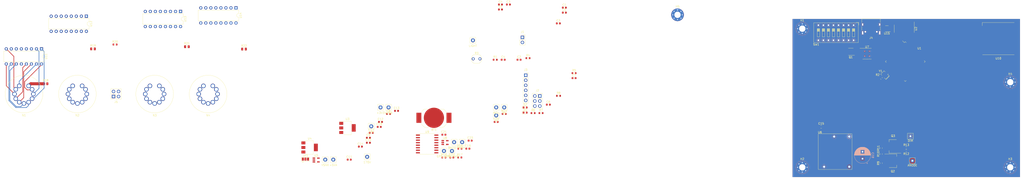
<source format=kicad_pcb>
(kicad_pcb (version 20210424) (generator pcbnew)
  (title_block (title "Nixie Clock") (rev "1.1") (company "Nicholas Lekas"))
  (layers (0 "F.Cu" signal "Front") (31 "B.Cu" jumper "Back") (34 "B.Paste" user) (35 "F.Paste" user) (36 "B.SilkS" user "B.Silkscreen") (37 "F.SilkS" user "F.Silkscreen") (38 "B.Mask" user) (39 "F.Mask" user) (44 "Edge.Cuts" user))
  (net 0 "")
  (net 1 "Net-(BT1-Pad1)")
  (net 2 "GND")
  (net 3 "DTR")
  (net 4 "RST")
  (net 5 "/LIGHT")
  (net 6 "Net-(C3-Pad1)")
  (net 7 "Net-(C6-Pad1)")
  (net 8 "Net-(C7-Pad1)")
  (net 9 "VSNK")
  (net 10 "+5V")
  (net 11 "+5VA")
  (net 12 "Net-(C13-Pad1)")
  (net 13 "+3V3")
  (net 14 "Net-(C16-Pad1)")
  (net 15 "VUSB")
  (net 16 "Net-(C20-Pad1)")
  (net 17 "Net-(C21-Pad1)")
  (net 18 "RXI")
  (net 19 "Net-(D1-Pad2)")
  (net 20 "TXO")
  (net 21 "Net-(D2-Pad2)")
  (net 22 "MISO")
  (net 23 "SCK")
  (net 24 "MOSI")
  (net 25 "/Communication/USB_IN_D+")
  (net 26 "CC2")
  (net 28 "/Communication/USB_IN_D-")
  (net 29 "CC1")
  (net 31 "Net-(J5-Pad1)")
  (net 32 "Net-(J5-Pad2)")
  (net 33 "Net-(JP1-Pad2)")
  (net 34 "Net-(N1-Pad1)")
  (net 35 "Net-(N1-Pad2)")
  (net 36 "Net-(N1-Pad3)")
  (net 37 "Net-(N1-Pad4)")
  (net 38 "Net-(N1-Pad5)")
  (net 39 "Net-(N1-Pad6)")
  (net 40 "Net-(N1-Pad7)")
  (net 41 "Net-(N1-Pad8)")
  (net 42 "Net-(N1-Pad9)")
  (net 43 "Net-(N1-Pad10)")
  (net 44 "Net-(N1-Pad11)")
  (net 45 "Net-(N2-Pad1)")
  (net 46 "Net-(N2-Pad2)")
  (net 47 "Net-(N2-Pad3)")
  (net 48 "Net-(N2-Pad4)")
  (net 49 "Net-(N2-Pad5)")
  (net 50 "Net-(N2-Pad6)")
  (net 51 "Net-(N2-Pad7)")
  (net 52 "Net-(N2-Pad8)")
  (net 53 "Net-(N2-Pad9)")
  (net 54 "Net-(N2-Pad10)")
  (net 55 "Net-(N2-Pad11)")
  (net 56 "Net-(N3-Pad1)")
  (net 57 "Net-(N3-Pad2)")
  (net 58 "Net-(N3-Pad3)")
  (net 59 "Net-(N3-Pad4)")
  (net 60 "Net-(N3-Pad5)")
  (net 61 "Net-(N3-Pad6)")
  (net 62 "Net-(N3-Pad7)")
  (net 63 "Net-(N3-Pad8)")
  (net 64 "Net-(N3-Pad9)")
  (net 65 "Net-(N3-Pad10)")
  (net 66 "Net-(N3-Pad11)")
  (net 67 "Net-(N4-Pad1)")
  (net 68 "Net-(N4-Pad2)")
  (net 69 "Net-(N4-Pad3)")
  (net 70 "Net-(N4-Pad4)")
  (net 71 "Net-(N4-Pad5)")
  (net 72 "Net-(N4-Pad6)")
  (net 73 "Net-(N4-Pad7)")
  (net 74 "Net-(N4-Pad8)")
  (net 75 "Net-(N4-Pad9)")
  (net 76 "Net-(N4-Pad10)")
  (net 77 "Net-(N4-Pad11)")
  (net 78 "ANODE")
  (net 79 "Net-(Q1-Pad4)")
  (net 80 "Net-(Q2-Pad1)")
  (net 81 "Net-(Q3-Pad2)")
  (net 82 "Net-(Q3-Pad1)")
  (net 83 "Net-(R2-Pad1)")
  (net 84 "Net-(R2-Pad2)")
  (net 85 "Net-(R10-Pad2)")
  (net 86 "DIM")
  (net 87 "SDA")
  (net 88 "SCL")
  (net 89 "Net-(R16-Pad1)")
  (net 90 "GPS_RX")
  (net 91 "/EXTRA1")
  (net 92 "/ONE")
  (net 93 "/TWO")
  (net 94 "/FOUR")
  (net 95 "/EIGHT")
  (net 96 "/PLUS_MINUS")
  (net 97 "/TIME_MODE")
  (net 98 "/DST")
  (net 99 "GPS_CTRL")
  (net 100 "GPS_TX")
  (net 103 "RTC_INT")
  (net 122 "HTC")
  (net 123 "HTB")
  (net 124 "HTD")
  (net 125 "HTA")
  (net 126 "HOC")
  (net 127 "HOB")
  (net 128 "HOD")
  (net 129 "HOA")
  (net 140 "MTC")
  (net 141 "MTB")
  (net 142 "MTD")
  (net 143 "MTA")
  (net 144 "MOC")
  (net 145 "MOB")
  (net 146 "MOD")
  (net 147 "MOA")
  (net 169 "USB_D+")
  (net 170 "USB_D-")
  (footprint "Capacitor_SMD:C_0603_1608Metric" (layer "F.Cu") (at -108.61 106.59)
    (fp_text reference "C18")
    (fp_text value "10u")
  )
  (footprint "Capacitor_SMD:C_0603_1608Metric" (layer "F.Cu") (at -123.77 123.12)
    (fp_text reference "C11")
    (fp_text value "0u1")
  )
  (footprint "Resistor_SMD:R_0603_1608Metric" (layer "F.Cu") (at -242 65)
    (fp_text reference "R20")
    (fp_text value "100K")
  )
  (footprint "Connector_PinSocket_2.54mm:PinSocket_2x02_P2.54mm_Vertical" (layer "F.Cu") (at -242.77 91.25 180)
    (fp_text reference "J5")
    (fp_text value "Colon")
  )
  (footprint "Resistor_SMD:R_0603_1608Metric" (layer "F.Cu") (at -50.05 72.68)
    (fp_text reference "R1")
    (fp_text value "10K")
  )
  (footprint "Capacitor_SMD:C_0603_1608Metric" (layer "F.Cu") (at -47.41 47.31)
    (fp_text reference "C5")
    (fp_text value "0u1")
  )
  (footprint "Package_DIP:DIP-16_W7.62mm" (layer "F.Cu") (at -180.925 46.5 -90)
    (fp_text reference "U14")
    (fp_text value "К155ИД1")
  )
  (footprint "LED_SMD:LED_0603_1608Metric" (layer "F.Cu") (at -34.94 99.38)
    (fp_text reference "D1")
    (fp_text value "Green")
  )
  (footprint "Resistor_SMD:R_0603_1608Metric" (layer "F.Cu") (at -30.93 99.62)
    (fp_text reference "R6")
    (fp_text value "5K1")
  )
  (footprint "TestPoint:TestPoint_THTPad_D2.0mm_Drill0.9mm" (layer "F.Cu") (at -71.89 118.75)
    (fp_text reference "TP10" hide)
    (fp_text value "GPS_PWR")
  )
  (footprint "Jumper:SolderJumper-3_P1.3mm_Open_Pad1.0x1.5mm" (layer "F.Cu") (at -145.86 122.87)
    (fp_text reference "JP1")
    (fp_text value "Voltage Select")
  )
  (footprint "Connector_PinSocket_2.54mm:PinSocket_1x06_P2.54mm_Vertical" (layer "F.Cu") (at -34.66 80.52)
    (fp_text reference "J3")
    (fp_text value "Serial")
  )
  (footprint "TestPoint:TestPoint_THTPad_D2.0mm_Drill0.9mm" (layer "F.Cu") (at -70.79 114.3)
    (fp_text reference "TP14" hide)
    (fp_text value "BATTERY")
  )
  (footprint "TestPoint:TestPoint_THTPad_D2.0mm_Drill0.9mm" (layer "F.Cu") (at -131.81 123.12)
    (fp_text reference "TP3" hide)
    (fp_text value "+5VA")
  )
  (footprint "MountingHole:MountingHole_3.2mm_M3_Pad_Via" (layer "F.Cu") (at 105 57)
    (fp_text reference "H1")
    (fp_text value "MountingHole_Pad")
  )
  (footprint "MountingHole:MountingHole_3.2mm_M3_Pad_Via" (layer "F.Cu") (at 210 84)
    (fp_text reference "H4")
    (fp_text value "MountingHole_Pad")
  )
  (footprint "TestPoint:TestPoint_THTPad_D2.0mm_Drill0.9mm" (layer "F.Cu") (at -103.9 96.75)
    (fp_text reference "TP7" hide)
    (fp_text value "VUSB")
  )
  (footprint "Capacitor_SMD:C_0603_1608Metric" (layer "F.Cu") (at -47.41 44.8)
    (fp_text reference "C4")
    (fp_text value "0u1")
  )
  (footprint "Nixie:NCH8200HV" (layer "F.Cu") (at 121.1 119.1 -90)
    (fp_text reference "U6")
    (fp_text value "NCH8200HV")
  )
  (footprint "Battery:BatteryHolder_LINX_BAT-HLD-012-SMT" (layer "F.Cu") (at -81 102)
    (fp_text reference "BT1")
    (fp_text value "Battery_Cell")
  )
  (footprint "RF_GPS:Quectel_L80-R" (layer "F.Cu") (at 204 62)
    (fp_text reference "U10")
    (fp_text value "L80-R")
  )
  (footprint "Package_TO_SOT_SMD:SOT-223-3_TabPin2" (layer "F.Cu") (at 150.7 116.4 180)
    (fp_text reference "Q3")
    (fp_text value "PZTA42")
  )
  (footprint "Capacitor_SMD:C_0603_1608Metric" (layer "F.Cu") (at -10.24 81.96)
    (fp_text reference "C7")
    (fp_text value "0u1")
  )
  (footprint "Resistor_SMD:R_0603_1608Metric" (layer "F.Cu") (at -75.96 122.03)
    (fp_text reference "R15")
    (fp_text value "10K")
  )
  (footprint "MountingHole:MountingHole_3.2mm_M3_Pad_Via" (layer "F.Cu") (at 210 127)
    (fp_text reference "H3")
    (fp_text value "MountingHole_Pad")
  )
  (footprint "Capacitor_SMD:C_0603_1608Metric" (layer "F.Cu") (at -15.15 48.89)
    (fp_text reference "C5")
    (fp_text value "0u1")
  )
  (footprint "TestPoint:TestPoint_THTPad_D2.0mm_Drill0.9mm" (layer "F.Cu") (at -135.86 123.12)
    (fp_text reference "TP8" hide)
    (fp_text value "VSNK")
  )
  (footprint "TestPoint:TestPoint_THTPad_D2.0mm_Drill0.9mm" (layer "F.Cu") (at -75.94 118.75)
    (fp_text reference "TP11" hide)
    (fp_text value "GPS_CTRL")
  )
  (footprint "Nixie:ИН-8" (layer "F.Cu") (at -288 90)
    (fp_text reference "N1")
    (fp_text value "ИН-8")
  )
  (footprint "Resistor_SMD:R_0603_1608Metric" (layer "F.Cu") (at 157.5 117.2 180)
    (fp_text reference "R13")
    (fp_text value "10K")
  )
  (footprint "Package_TO_SOT_SMD:SOT-223-3_TabPin2" (layer "F.Cu") (at -143.76 116.97)
    (fp_text reference "U4")
    (fp_text value "LM340MP-5.0_SOT223")
  )
  (footprint "OptoDevice:R_LDR_5.1x4.3mm_P3.4mm_Vertical" (layer "F.Cu") (at -61.16 72.25)
    (fp_text reference "R3")
    (fp_text value "GM5539")
  )
  (footprint "Capacitor_SMD:C_0603_1608Metric" (layer "F.Cu") (at -99.87 98.49)
    (fp_text reference "C13")
    (fp_text value "470p")
  )
  (footprint "Nixie:ИН-8" (layer "F.Cu") (at -261 90)
    (fp_text reference "N2")
    (fp_text value "ИН-8")
  )
  (footprint "Resistor_SMD:R_0603_1608Metric" (layer "F.Cu") (at -18.08 90.9)
    (fp_text reference "R8")
    (fp_text value "5K1")
  )
  (footprint "Connector_USB:USB_C_Receptacle_HRO_TYPE-C-31-M-12" (layer "F.Cu") (at 139.75 55.955 180)
    (fp_text reference "J4")
    (fp_text value "USB_C_USB2.0")
  )
  (footprint "Package_TO_SOT_SMD:SOT-23-5" (layer "F.Cu") (at -140.46 123.32)
    (fp_text reference "U5")
    (fp_text value "MIC5205-3.3YM5")
  )
  (footprint "LED_SMD:LED_0603_1608Metric" (layer "F.Cu") (at -34.94 96.79)
    (fp_text reference "D2")
    (fp_text value "Green")
  )
  (footprint "TestPoint:TestPoint_THTPad_D2.0mm_Drill0.9mm" (layer "F.Cu") (at -45.5 96.75)
    (fp_text reference "TP12" hide)
    (fp_text value "RX")
  )
  (footprint "TestPoint:TestPoint_THTPad_D2.0mm_Drill0.9mm" (layer "F.Cu") (at -114.7 121.7)
    (fp_text reference "TP6" hide)
    (fp_text value "170V")
  )
  (footprint "Nixie:ИН-8" (layer "F.Cu") (at -195 90)
    (fp_text reference "N4")
    (fp_text value "ИН-8")
  )
  (footprint "Package_DIP:DIP-16_W7.62mm" (layer "F.Cu") (at -256.45652 50.707899 -90)
    (fp_text reference "U12")
    (fp_text value "К155ИД1")
  )
  (footprint "TestPoint:TestPoint_THTPad_D2.0mm_Drill0.9mm" (layer "F.Cu") (at -107.95 96.75)
    (fp_text reference "TP4" hide)
    (fp_text value "+3V3")
  )
  (footprint "Capacitor_SMD:C_0603_1608Metric" (layer "F.Cu") (at -43.4 44.8)
    (fp_text reference "C3")
    (fp_text value "0u1")
  )
  (footprint "Resistor_SMD:R_0603_1608Metric" (layer "F.Cu") (at -26.92 99.62)
    (fp_text reference "R7")
    (fp_text value "5K1")
  )
  (footprint "Capacitor_SMD:C_0603_1608Metric" (layer "F.Cu") (at -71.95 122.03)
    (fp_text reference "C22")
    (fp_text value "0u1")
  )
  (footprint "TestPoint:TestPoint_THTPad_D2.0mm_Drill0.9mm" (layer "F.Cu") (at -61.3 62.9)
    (fp_text reference "TP1" hide)
    (fp_text value "LIGHT")
  )
  (footprint "Capacitor_SMD:C_0603_1608Metric" (layer "F.Cu") (at -38.02 72.68)
    (fp_text reference "C2")
    (fp_text value "10u")
  )
  (footprint "Package_TO_SOT_SMD:SOT-23-5" (layer "F.Cu") (at -75.39 114.5)
    (fp_text reference "U8")
    (fp_text value "MIC5205-3.3YM5")
  )
  (footprint "Resistor_SMD:R_0603_1608Metric" (layer "F.Cu") (at 144.8 117.3 90)
    (fp_text reference "R11")
    (fp_text value "100K")
  )
  (footprint "TestPoint:TestPoint_THTPad_D2.0mm_Drill0.9mm" (layer "F.Cu") (at -49.55 100.8)
    (fp_text reference "TP13" hide)
    (fp_text value "TX")
  )
  (footprint "Capacitor_SMD:C_0603_1608Metric" (layer "F.Cu") (at -75.96 110.53)
    (fp_text reference "C21")
    (fp_text value "0u1")
  )
  (footprint "Package_SO:SOIC-16W_7.5x10.3mm_P1.27mm" (layer "F.Cu") (at -84.42 115.2)
    (fp_text reference "U9")
    (fp_text value "DS3231SN#T&R")
  )
  (footprint "Capacitor_SMD:C_0603_1608Metric" (layer "F.Cu") (at -112.66 109.58)
    (fp_text reference "C17")
    (fp_text value "1u")
  )
  (footprint "TestPoint:TestPoint_THTPad_D2.0mm_Drill0.9mm" (layer "F.Cu") (at 160.6 123.7)
    (fp_text reference "TP5" hide)
    (fp_text value "ANODE")
  )
  (footprint "Capacitor_SMD:C_0603_1608Metric" (layer "F.Cu") (at -23.23 95.35)
    (fp_text reference "C6")
    (fp_text value "0u1")
  )
  (footprint "Resistor_SMD:R_0603_1608Metric" (layer "F.Cu") (at 157.5 118.7 180)
    (fp_text reference "R12")
    (fp_text value "10K")
  )
  (footprint "Capacitor_SMD:C_0603_1608Metric" (layer "F.Cu") (at -118.13 116.53)
    (fp_text reference "C14")
    (fp_text value "2u2")
  )
  (footprint "Capacitor_SMD:C_0603_1608Metric" (layer "F.Cu") (at -62.71 113.53)
    (fp_text reference "C23")
    (fp_text value "10u")
  )
  (footprint "MountingHole:MountingHole_3.2mm_M3_Pad_Via" (layer "F.Cu") (at 105 127)
    (fp_text reference "H2")
    (fp_text value "MountingHole_Pad")
  )
  (footprint "TestPoint:TestPoint_THTPad_D2.0mm_Drill0.9mm" (layer "F.Cu") (at -112.64 106.3)
    (fp_text reference "TP2" hide)
    (fp_text value "+5V")
  )
  (footprint "Capacitor_SMD:C_0805_2012Metric" (layer "F.Cu") (at 114.5 106.6 180)
    (fp_text reference "C15")
    (fp_text value "100u")
  )
  (footprint "Resistor_SMD:R_0603_1608Metric" (layer "F.Cu") (at -33.5 71.88)
    (fp_text reference "R4")
    (fp_text value "10K")
  )
  (footprint "TestPoint:TestPoint_THTPad_D2.0mm_Drill0.9mm" (layer "F.Cu") (at -49.55 96.75)
    (fp_text reference "TP15" hide)
    (fp_text value "SCL")
  )
  (footprint "Capacitor_SMD:C_0603_1608Metric" (layer "F.Cu") (at -15.15 46.38)
    (fp_text reference "C1")
    (fp_text value "0u1")
  )
  (footprint "Nixie:ИН-8" (layer "F.Cu") (at -222 90)
    (fp_text reference "N3")
    (fp_text value "ИН-8")
  )
  (footprint "Resistor_SMD:R_0603_1608Metric" (layer "F.Cu") (at 144.8 120.3 90)
    (fp_text reference "R10")
    (fp_text value "100K")
  )
  (footprint "Resistor_SMD:R_0603_1608Metric" (layer "F.Cu") (at 145 82.1 135)
    (fp_text reference "R2")
    (fp_text value "1M")
  )
  (footprint "Capacitor_SMD:C_0603_1608Metric" (layer "F.Cu") (at -49.57 104.08)
    (fp_text reference "C20")
    (fp_text value "470p")
  )
  (footprint "Capacitor_SMD:C_0603_1608Metric" (layer "F.Cu") (at -114.08 112.09)
    (fp_text reference "C9")
    (fp_text value "0u1")
  )
  (footprint "Capacitor_SMD:C_0603_1608Metric" (layer "F.Cu") (at -46.04 72.68)
    (fp_text reference "C4")
    (fp_text value "0u1")
  )
  (footprint "Package_TO_SOT_SMD:SOT-223-3_TabPin2" (layer "F.Cu") (at -124.64 107.1)
    (fp_text reference "U3")
    (fp_text value "LM340MP-5.0_SOT223")
  )
  (footprint "Connector_PinSocket_2.54mm:PinSocket_1x02_P2.54mm_Vertical" (layer "F.Cu") (at -36.3 61.4)
    (fp_text reference "J1")
    (fp_text value "Reset")
  )
  (footprint "Package_DIP:DIP-16_W7.62mm" (layer "F.Cu") (at -208.925 48.3 -90)
    (fp_text reference "U13")
    (fp_text value "К155ИД1")
  )
  (footprint "Resistor_SMD:R_0603_1608Metric" (layer "F.Cu") (at 144.8 124.9 90)
    (fp_text reference "R9")
    (fp_text value "100K")
  )
  (footprint "TestPoint:TestPoint_THTPad_D2.0mm_Drill0.9mm" (layer "F.Cu") (at 159.6 111.3)
    (fp_text reference "TP9" hide)
    (fp_text value "DIM")
  )
  (footprint "Package_TO_SOT_SMD:SOT-223-3_TabPin2" (layer "F.Cu") (at 150.7 123.7)
    (fp_text reference "Q2")
    (fp_text value "PZTA92")
  )
  (footprint "Crystal:Resonator_SMD_Murata_CSTxExxV-3Pin_3.0x1.1mm" (layer "F.Cu") (at 146.7 80.4 135)
    (fp_text reference "Y1")
    (fp_text value "16MHz")
  )
  (footprint "TestPoint:TestPoint_THTPad_D2.0mm_Drill0.9mm" (layer "F.Cu") (at -66.74 114.3)
    (fp_text reference "TP16" hide)
    (fp_text value "SDA")
  )
  (footprint "Resistor_SMD:R_0805_2012Metric" (layer "F.Cu") (at -205.7125 66.1)
    (fp_text reference "R21")
    (fp_text value "10K")
  )
  (footprint "Package_DIP:DIP-16_W7.62mm" (layer "F.Cu") (at -279.125 67.2 -90)
    (fp_text reference "U11")
    (fp_text value "К155ИД1")
  )
  (footprint "Resistor_SMD:R_0805_2012Metric" (layer "F.Cu") (at -277.1 84.8)
    (fp_text reference "R18")
    (fp_text value "10K")
  )
  (footprint "Capacitor_SMD:C_0603_1608Metric" (layer "F.Cu") (at -63.85 117.58)
    (fp_text reference "C19")
    (fp_text value "1u")
  )
  (footprint "Resistor_SMD:R_0603_1608Metric" (layer "F.Cu") (at -67.86 117.58)
    (fp_text reference "R16")
    (fp_text value "5k1")
  )
  (footprint "MountingHole:MountingHole_3.2mm_M3_Pad_Via" (layer "F.Cu") (at 42 50)
    (fp_text reference "H5")
    (fp_text value "MountingHole_Pad")
  )
  (footprint "Capacitor_SMD:C_0603_1608Metric" (layer "F.Cu") (at -107.97 104.08)
    (fp_text reference "C12")
    (fp_text value "1u")
  )
  (footprint "Capacitor_SMD:C_0603_1608Metric" (layer "F.Cu") (at -103.92 100.03)
    (fp_text reference "C8")
    (fp_text value "2u2")
  )
  (footprint "Package_TO_SOT_SMD:SOT-23-6" (layer "F.Cu") (at 147.7 57 180)
    (fp_text reference "U15")
    (fp_text value "USBLC6-2SC6")
  )
  (footprint "Package_QFP:TQFP-100_14x14mm_P0.5mm" (layer "F.Cu") (at 157 73.6 -45)
    (fp_text reference "U1")
    (fp_text value "ATmega2560-16A")
  )
  (footprint "Connector_PinSocket_2.54mm:PinSocket_2x03_P2.54mm_Vertical" (layer "F.Cu") (at -27.52 90.99)
    (fp_text reference "J2")
    (fp_text value "ICSP")
  )
  (footprint "Package_SON:VSON-8_3.3x3.3mm_P0.65mm_NexFET" (layer "F.Cu") (at 129.5 68.6 180)
    (fp_text reference "Q1")
    (fp_text value "CSD18543Q3A")
  )
  (footprint "Resistor_SMD:R_0603_1608Metric" (layer "F.Cu") (at -45.52 100.03)
    (fp_text reference "R14")
    (fp_text value "10K")
  )
  (footprint "Package_SO:SOIC-16_3.9x9.9mm_P1.27mm" (layer "F.Cu") (at 156.5 57 -90)
    (fp_text reference "U2")
    (fp_text value "CH340C")
  )
  (footprint "Capacitor_SMD:C_0603_1608Metric" (layer "F.Cu") (at -18.18 54.33)
    (fp_text reference "C3")
    (fp_text value "0u1")
  )
  (footprint "Package_SO:TSSOP-16-1EP_4.4x5mm_P0.65mm_EP3x3mm_ThermalVias" (layer "F.Cu") (at 137.7 69.6)
    (fp_text reference "U7")
    (fp_text value "IP2721")
  )
  (footprint "Resistor_SMD:R_0603_1608Metric" (layer "F.Cu") (at -67.94 122.03)
    (fp_text reference "R17")
    (fp_text value "10K")
  )
  (footprint "Resistor_SMD:R_0805_2012Metric" (layer "F.Cu") (at -253.13152 67.207899)
    (fp_text reference "R19")
    (fp_text value "10K")
  )
  (footprint "Resistor_SMD:R_0805_2012Metric" (layer "F.Cu") (at -176.8875 67.3)
    (fp_text reference "R22")
    (fp_text value "10K")
  )
  (footprint "Capacitor_SMD:C_0603_1608Metric" (layer "F.Cu") (at -114.08 114.6)
    (fp_text reference "C10")
    (fp_text value "2u2")
  )
  (footprint "Resistor_SMD:R_0603_1608Metric" (layer "F.Cu") (at -10.24 79.45)
    (fp_text reference "R5")
    (fp_text value "5K1")
  )
  (footprint "Button_Switch_THT:SW_DIP_SPSTx08_Slide_9.78x22.5mm_W7.62mm_P2.54mm" (layer "F.Cu") (at 130.9 55.2325 -90)
    (fp_text reference "SW1")
    (fp_text value "Settings")
  )
  (footprint "Capacitor_THT:CP_Radial_D8.0mm_P3.50mm" (layer "B.Cu") (at 135.4 122.652651 90)
    (fp_text reference "C16")
    (fp_text value "4u7")
  )
  (gr_rect (start 100 52) (end 215 132) (layer "Edge.Cuts") (width 0.0381) (fill none))
  (segment (start 154.5 64.028932) (end 155.117328 64.64626) (width 0.2) (layer "F.Cu") (net 18))
  (segment (start 158.405 54.525) (end 158.405 55.007724) (width 0.2) (layer "F.Cu") (net 18))
  (segment (start 158.405 55.007724) (end 155.222087 58.190637) (width 0.2) (layer "F.Cu") (net 18))
  (segment (start 155.222087 61.247028) (end 154.5 61.969115) (width 0.2) (layer "F.Cu") (net 18))
  (segment (start 154.5 61.969115) (end 154.5 64.028932) (width 0.2) (layer "F.Cu") (net 18))
  (segment (start 155.222087 58.190637) (end 155.222087 61.247028) (width 0.2) (layer "F.Cu") (net 18))
  (segment (start 159.675 55.025) (end 156.5 58.2) (width 0.2) (layer "F.Cu") (net 20))
  (segment (start 156.5 58.2) (end 156.5 60.7) (width 0.2) (layer "F.Cu") (net 20))
  (segment (start 156.5 60.7) (end 154.996423 62.203577) (width 0.2) (layer "F.Cu") (net 20))
  (segment (start 154.996423 62.203577) (end 154.996423 63.818248) (width 0.2) (layer "F.Cu") (net 20))
  (segment (start 154.996423 63.818248) (end 155.470882 64.292707) (width 0.2) (layer "F.Cu") (net 20))
  (segment (start 159.675 54.525) (end 159.675 55.025) (width 0.2) (layer "F.Cu") (net 20))
  (segment (start 140 59.090578) (end 139.854711 58.945289) (width 0.1524) (layer "F.Cu") (net 25))
  (segment (start 140 60) (end 140 59.090578) (width 0.1524) (layer "F.Cu") (net 25))
  (segment (start 139.154711 58.945289) (end 139 59.1) (width 0.1524) (layer "F.Cu") (net 25))
  (segment (start 139.854711 58.945289) (end 139.154711 58.945289) (width 0.1524) (layer "F.Cu") (net 25))
  (segment (start 139 59.1) (end 139 60) (width 0.1524) (layer "F.Cu") (net 25))
  (segment (start 140.5 60) (end 140.5 60.854711) (width 0.1524) (layer "F.Cu") (net 28))
  (segment (start 139.686231 61.054711) (end 139.5 60.86848) (width 0.1524) (layer "F.Cu") (net 28))
  (segment (start 140.3 61.054711) (end 139.686231 61.054711) (width 0.1524) (layer "F.Cu") (net 28))
  (segment (start 140.5 60.854711) (end 140.3 61.054711) (width 0.1524) (layer "F.Cu") (net 28))
  (segment (start 139.5 60.86848) (end 139.5 60) (width 0.1524) (layer "F.Cu") (net 28))
  (segment (start -278.0125 84.8) (end -284.538621 84.8) (width 1.5) (layer "F.Cu") (net 34))
  (segment (start -284.538621 84.8) (end -285.625 85.886379) (width 1.5) (layer "F.Cu") (net 34))
  (segment (start -284.161379 87.9) (end -286.4 87.9) (width 0.3) (layer "F.Cu") (net 35))
  (segment (start -286.4 87.9) (end -287.6 86.7) (width 0.3) (layer "F.Cu") (net 35))
  (segment (start -287.6 86.7) (end -287.6 83.7) (width 0.3) (layer "F.Cu") (net 35))
  (segment (start -287.6 83.7) (end -279.125 75.225) (width 0.3) (layer "F.Cu") (net 35))
  (segment (start -283.886379 87.625) (end -284.161379 87.9) (width 0.3) (layer "F.Cu") (net 35))
  (segment (start -279.125 75.225) (end -279.125 74.82) (width 0.3) (layer "F.Cu") (net 35))
  (segment (start -280.4 68.465) (end -281.665 67.2) (width 0.3) (layer "B.Cu") (net 36))
  (segment (start -280.4 87.15) (end -280.4 68.465) (width 0.3) (layer "B.Cu") (net 36))
  (segment (start -283.25 90) (end -280.4 87.15) (width 0.3) (layer "B.Cu") (net 36))
  (segment (start -283.175 92.375) (end -277.8 87) (width 0.3) (layer "B.Cu") (net 37))
  (segment (start -277.8 68.525) (end -279.125 67.2) (width 0.3) (layer "B.Cu") (net 37))
  (segment (start -277.8 87) (end -277.8 68.525) (width 0.3) (layer "B.Cu") (net 37))
  (segment (start -283.886379 92.375) (end -283.175 92.375) (width 0.3) (layer "B.Cu") (net 37))
  (segment (start -285.625 95.704611) (end -285.625 94.113621) (width 0.3) (layer "B.Cu") (net 38))
  (segment (start -295.599519 76.054519) (end -295.599519 93.306909) (width 0.3) (layer "B.Cu") (net 38))
  (segment (start -292.106907 96.79952) (end -286.719909 96.79952) (width 0.3) (layer "B.Cu") (net 38))
  (segment (start -286.719909 96.79952) (end -285.625 95.704611) (width 0.3) (layer "B.Cu") (net 38))
  (segment (start -295.599519 93.306909) (end -292.106907 96.79952) (width 0.3) (layer "B.Cu") (net 38))
  (segment (start -294.365 74.82) (end -295.599519 76.054519) (width 0.3) (layer "B.Cu") (net 38))
  (segment (start -288 94.75) (end -289.55 96.3) (width 0.3) (layer "B.Cu") (net 39))
  (segment (start -291.9 96.3) (end -295.1 93.1) (width 0.3) (layer "B.Cu") (net 39))
  (segment (start -295.1 93.1) (end -295.1 78.095) (width 0.3) (layer "B.Cu") (net 39))
  (segment (start -289.55 96.3) (end -291.9 96.3) (width 0.3) (layer "B.Cu") (net 39))
  (segment (start -295.1 78.095) (end -291.825 74.82) (width 0.3) (layer "B.Cu") (net 39))
  (segment (start -290.375 94.113621) (end -288.09952 91.838141) (width 0.3) (layer "F.Cu") (net 40))
  (segment (start -288.09952 91.838141) (end -288.09952 78.71452) (width 0.3) (layer "F.Cu") (net 40))
  (segment (start -288.09952 78.71452) (end -284.205 74.82) (width 0.3) (layer "F.Cu") (net 40))
  (segment (start -288.6 76.675) (end -286.745 74.82) (width 0.3) (layer "F.Cu") (net 41))
  (segment (start -288.6 88.861379) (end -288.6 76.675) (width 0.3) (layer "F.Cu") (net 41))
  (segment (start -292.113621 92.375) (end -288.6 88.861379) (width 0.3) (layer "F.Cu") (net 41))
  (segment (start -292.75 90) (end -296.905 85.845) (width 0.3) (layer "F.Cu") (net 42))
  (segment (start -296.905 85.845) (end -296.905 74.82) (width 0.3) (layer "F.Cu") (net 42))
  (segment (start -292.113621 87.625) (end -293.1 86.638621) (width 0.3) (layer "F.Cu") (net 43))
  (segment (start -293.1 71.005) (end -296.905 67.2) (width 0.3) (layer "F.Cu") (net 43))
  (segment (start -293.1 86.638621) (end -293.1 71.005) (width 0.3) (layer "F.Cu") (net 43))
  (segment (start -290.375 83.53) (end -281.665 74.82) (width 0.3) (layer "B.Cu") (net 44))
  (segment (start -290.375 85.886379) (end -290.375 83.53) (width 0.3) (layer "B.Cu") (net 44))
  (zone (net 78) (net_name "ANODE") (layer "F.Cu") (priority 1) (connect_pads yes (clearance 0.4)) (min_thickness 0.5) (fill yes (thermal_gap 0.254) (thermal_bridge_width 0.5))
    (polygon (pts (xy 163 126) (xy 149.1 126) (xy 149.1 124.7) (xy 146.3 124.7) (xy 146.3 122.7) (xy 149.1 122.7) (xy 149.1 121.4) (xy 163 121.4)))
  )
  (zone (net 80) (net_name "Net-(Q2-Pad1)") (layer "F.Cu") (priority 1) (connect_pads yes (clearance 0.4)) (min_thickness 0.5) (fill yes (thermal_gap 0.254) (thermal_bridge_width 0.5))
    (polygon (pts (xy 148.7 122.3) (xy 145.9 122.3) (xy 145.9 124.7) (xy 143.7 124.7) (xy 143.7 120.5) (xy 148.7 120.5)))
  )
  (zone (net 81) (net_name "Net-(Q3-Pad2)") (layer "F.Cu") (priority 1) (connect_pads yes (clearance 0.4)) (min_thickness 0.5) (fill yes (thermal_gap 0.254) (thermal_bridge_width 0.5))
    (polygon (pts (xy 152.2 115.4) (xy 155.2 115.4) (xy 155.2 117.4) (xy 152.2 117.4) (xy 152.2 118.7) (xy 146.3 118.7) (xy 146.3 117.1) (xy 143.7 117.1) (xy 143.7 114.1) (xy 152.2 114.1)))
  )
  (zone (net 85) (net_name "Net-(R10-Pad2)") (layer "F.Cu") (priority 1) (connect_pads yes (clearance 0.4)) (min_thickness 0.5) (fill yes (thermal_gap 0.254) (thermal_bridge_width 0.5))
    (polygon (pts (xy 145.9 120.2) (xy 143.7 120.2) (xy 143.7 117.4) (xy 145.9 117.4)))
  )
  (zone (net 2) (net_name "GND") (layers F&B.Cu) (connect_pads (clearance 0.1)) (min_thickness 0.1) (fill yes (thermal_gap 0.1) (thermal_bridge_width 0.2))
    (polygon (pts (xy 216 133) (xy 99 133) (xy 99 51) (xy 216 51)))
  )
  (zone (net 14) (net_name "Net-(C16-Pad1)") (layer "F.Cu") (priority 1) (connect_pads yes (clearance 0.4)) (min_thickness 0.5) (fill yes (thermal_gap 0.254) (thermal_bridge_width 0.5))
    (polygon (pts (xy 143.3 125.1) (xy 148.7 125.1) (xy 148.7 129) (xy 126.8 129) (xy 126.8 121) (xy 143.3 121)))
  )
)
</source>
